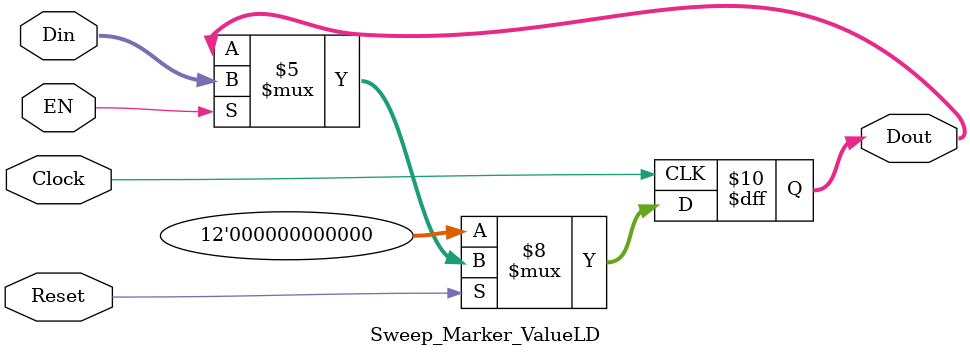
<source format=v>
`timescale	1ns/1ps

module	Sweep_Marker_ValueLD(Dout, Din, EN, Clock, Reset)	;

output	[11:0]	Dout	;
reg	[11:0]	Dout	;

input	[11:0]	Din	;
wire	[11:0]	Din	;

input	EN	;
wire	EN	;

input	Clock, Reset	;
wire	Clock, Reset	;

always	@(posedge	Clock)
	begin
		if ( Reset == 1'b0 )
			begin
				Dout <= 12'b0000_0000_0000	;
			end
		else if ( EN == 1'b1 )
			begin
				Dout <= Din	;
			end
		else
			begin
				Dout <= Dout	;
			end
	end

endmodule




</source>
